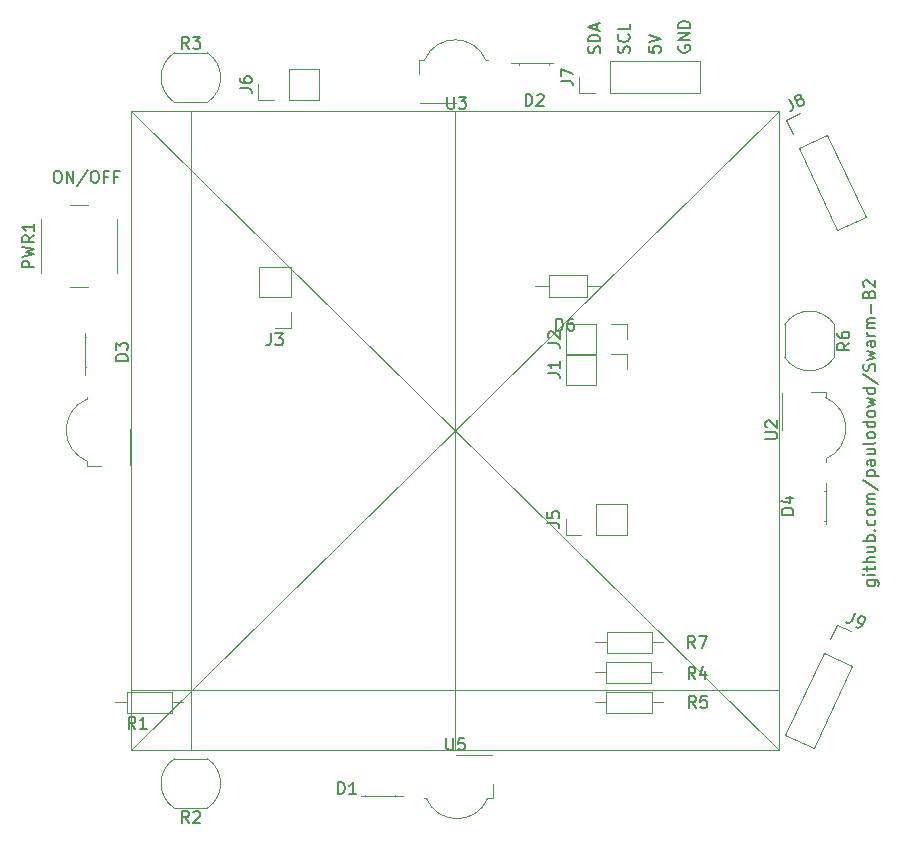
<source format=gto>
G04 #@! TF.GenerationSoftware,KiCad,Pcbnew,7.0.5-7.0.5~ubuntu20.04.1*
G04 #@! TF.CreationDate,2023-09-13T16:29:24+01:00*
G04 #@! TF.ProjectId,Swarm-B_20230626,53776172-6d2d-4425-9f32-303233303632,rev?*
G04 #@! TF.SameCoordinates,Original*
G04 #@! TF.FileFunction,Legend,Top*
G04 #@! TF.FilePolarity,Positive*
%FSLAX46Y46*%
G04 Gerber Fmt 4.6, Leading zero omitted, Abs format (unit mm)*
G04 Created by KiCad (PCBNEW 7.0.5-7.0.5~ubuntu20.04.1) date 2023-09-13 16:29:24*
%MOMM*%
%LPD*%
G01*
G04 APERTURE LIST*
%ADD10C,0.120000*%
%ADD11C,0.150000*%
G04 APERTURE END LIST*
D10*
X91440000Y-67310000D02*
X91440000Y-121412000D01*
X146304000Y-67310000D02*
X146304000Y-121412000D01*
X91440000Y-121412000D02*
X146304000Y-67310000D01*
X96520000Y-67310000D02*
X96520000Y-121412000D01*
X118872000Y-67310000D02*
X118872000Y-121412000D01*
X91440000Y-116332000D02*
X146304000Y-116332000D01*
X91440000Y-67310000D02*
X146304000Y-67310000D01*
X91440000Y-121412000D02*
X146304000Y-121412000D01*
X91440000Y-67310000D02*
X146304000Y-121412000D01*
D11*
X153742152Y-107026190D02*
X154551676Y-107026190D01*
X154551676Y-107026190D02*
X154646914Y-107073809D01*
X154646914Y-107073809D02*
X154694533Y-107121428D01*
X154694533Y-107121428D02*
X154742152Y-107216666D01*
X154742152Y-107216666D02*
X154742152Y-107359523D01*
X154742152Y-107359523D02*
X154694533Y-107454761D01*
X154361200Y-107026190D02*
X154408819Y-107121428D01*
X154408819Y-107121428D02*
X154408819Y-107311904D01*
X154408819Y-107311904D02*
X154361200Y-107407142D01*
X154361200Y-107407142D02*
X154313580Y-107454761D01*
X154313580Y-107454761D02*
X154218342Y-107502380D01*
X154218342Y-107502380D02*
X153932628Y-107502380D01*
X153932628Y-107502380D02*
X153837390Y-107454761D01*
X153837390Y-107454761D02*
X153789771Y-107407142D01*
X153789771Y-107407142D02*
X153742152Y-107311904D01*
X153742152Y-107311904D02*
X153742152Y-107121428D01*
X153742152Y-107121428D02*
X153789771Y-107026190D01*
X154408819Y-106549999D02*
X153742152Y-106549999D01*
X153408819Y-106549999D02*
X153456438Y-106597618D01*
X153456438Y-106597618D02*
X153504057Y-106549999D01*
X153504057Y-106549999D02*
X153456438Y-106502380D01*
X153456438Y-106502380D02*
X153408819Y-106549999D01*
X153408819Y-106549999D02*
X153504057Y-106549999D01*
X153742152Y-106216666D02*
X153742152Y-105835714D01*
X153408819Y-106073809D02*
X154265961Y-106073809D01*
X154265961Y-106073809D02*
X154361200Y-106026190D01*
X154361200Y-106026190D02*
X154408819Y-105930952D01*
X154408819Y-105930952D02*
X154408819Y-105835714D01*
X154408819Y-105502380D02*
X153408819Y-105502380D01*
X154408819Y-105073809D02*
X153885009Y-105073809D01*
X153885009Y-105073809D02*
X153789771Y-105121428D01*
X153789771Y-105121428D02*
X153742152Y-105216666D01*
X153742152Y-105216666D02*
X153742152Y-105359523D01*
X153742152Y-105359523D02*
X153789771Y-105454761D01*
X153789771Y-105454761D02*
X153837390Y-105502380D01*
X153742152Y-104169047D02*
X154408819Y-104169047D01*
X153742152Y-104597618D02*
X154265961Y-104597618D01*
X154265961Y-104597618D02*
X154361200Y-104549999D01*
X154361200Y-104549999D02*
X154408819Y-104454761D01*
X154408819Y-104454761D02*
X154408819Y-104311904D01*
X154408819Y-104311904D02*
X154361200Y-104216666D01*
X154361200Y-104216666D02*
X154313580Y-104169047D01*
X154408819Y-103692856D02*
X153408819Y-103692856D01*
X153789771Y-103692856D02*
X153742152Y-103597618D01*
X153742152Y-103597618D02*
X153742152Y-103407142D01*
X153742152Y-103407142D02*
X153789771Y-103311904D01*
X153789771Y-103311904D02*
X153837390Y-103264285D01*
X153837390Y-103264285D02*
X153932628Y-103216666D01*
X153932628Y-103216666D02*
X154218342Y-103216666D01*
X154218342Y-103216666D02*
X154313580Y-103264285D01*
X154313580Y-103264285D02*
X154361200Y-103311904D01*
X154361200Y-103311904D02*
X154408819Y-103407142D01*
X154408819Y-103407142D02*
X154408819Y-103597618D01*
X154408819Y-103597618D02*
X154361200Y-103692856D01*
X154313580Y-102788094D02*
X154361200Y-102740475D01*
X154361200Y-102740475D02*
X154408819Y-102788094D01*
X154408819Y-102788094D02*
X154361200Y-102835713D01*
X154361200Y-102835713D02*
X154313580Y-102788094D01*
X154313580Y-102788094D02*
X154408819Y-102788094D01*
X154361200Y-101883333D02*
X154408819Y-101978571D01*
X154408819Y-101978571D02*
X154408819Y-102169047D01*
X154408819Y-102169047D02*
X154361200Y-102264285D01*
X154361200Y-102264285D02*
X154313580Y-102311904D01*
X154313580Y-102311904D02*
X154218342Y-102359523D01*
X154218342Y-102359523D02*
X153932628Y-102359523D01*
X153932628Y-102359523D02*
X153837390Y-102311904D01*
X153837390Y-102311904D02*
X153789771Y-102264285D01*
X153789771Y-102264285D02*
X153742152Y-102169047D01*
X153742152Y-102169047D02*
X153742152Y-101978571D01*
X153742152Y-101978571D02*
X153789771Y-101883333D01*
X154408819Y-101311904D02*
X154361200Y-101407142D01*
X154361200Y-101407142D02*
X154313580Y-101454761D01*
X154313580Y-101454761D02*
X154218342Y-101502380D01*
X154218342Y-101502380D02*
X153932628Y-101502380D01*
X153932628Y-101502380D02*
X153837390Y-101454761D01*
X153837390Y-101454761D02*
X153789771Y-101407142D01*
X153789771Y-101407142D02*
X153742152Y-101311904D01*
X153742152Y-101311904D02*
X153742152Y-101169047D01*
X153742152Y-101169047D02*
X153789771Y-101073809D01*
X153789771Y-101073809D02*
X153837390Y-101026190D01*
X153837390Y-101026190D02*
X153932628Y-100978571D01*
X153932628Y-100978571D02*
X154218342Y-100978571D01*
X154218342Y-100978571D02*
X154313580Y-101026190D01*
X154313580Y-101026190D02*
X154361200Y-101073809D01*
X154361200Y-101073809D02*
X154408819Y-101169047D01*
X154408819Y-101169047D02*
X154408819Y-101311904D01*
X154408819Y-100549999D02*
X153742152Y-100549999D01*
X153837390Y-100549999D02*
X153789771Y-100502380D01*
X153789771Y-100502380D02*
X153742152Y-100407142D01*
X153742152Y-100407142D02*
X153742152Y-100264285D01*
X153742152Y-100264285D02*
X153789771Y-100169047D01*
X153789771Y-100169047D02*
X153885009Y-100121428D01*
X153885009Y-100121428D02*
X154408819Y-100121428D01*
X153885009Y-100121428D02*
X153789771Y-100073809D01*
X153789771Y-100073809D02*
X153742152Y-99978571D01*
X153742152Y-99978571D02*
X153742152Y-99835714D01*
X153742152Y-99835714D02*
X153789771Y-99740475D01*
X153789771Y-99740475D02*
X153885009Y-99692856D01*
X153885009Y-99692856D02*
X154408819Y-99692856D01*
X153361200Y-98502381D02*
X154646914Y-99359523D01*
X153742152Y-98169047D02*
X154742152Y-98169047D01*
X153789771Y-98169047D02*
X153742152Y-98073809D01*
X153742152Y-98073809D02*
X153742152Y-97883333D01*
X153742152Y-97883333D02*
X153789771Y-97788095D01*
X153789771Y-97788095D02*
X153837390Y-97740476D01*
X153837390Y-97740476D02*
X153932628Y-97692857D01*
X153932628Y-97692857D02*
X154218342Y-97692857D01*
X154218342Y-97692857D02*
X154313580Y-97740476D01*
X154313580Y-97740476D02*
X154361200Y-97788095D01*
X154361200Y-97788095D02*
X154408819Y-97883333D01*
X154408819Y-97883333D02*
X154408819Y-98073809D01*
X154408819Y-98073809D02*
X154361200Y-98169047D01*
X154408819Y-96835714D02*
X153885009Y-96835714D01*
X153885009Y-96835714D02*
X153789771Y-96883333D01*
X153789771Y-96883333D02*
X153742152Y-96978571D01*
X153742152Y-96978571D02*
X153742152Y-97169047D01*
X153742152Y-97169047D02*
X153789771Y-97264285D01*
X154361200Y-96835714D02*
X154408819Y-96930952D01*
X154408819Y-96930952D02*
X154408819Y-97169047D01*
X154408819Y-97169047D02*
X154361200Y-97264285D01*
X154361200Y-97264285D02*
X154265961Y-97311904D01*
X154265961Y-97311904D02*
X154170723Y-97311904D01*
X154170723Y-97311904D02*
X154075485Y-97264285D01*
X154075485Y-97264285D02*
X154027866Y-97169047D01*
X154027866Y-97169047D02*
X154027866Y-96930952D01*
X154027866Y-96930952D02*
X153980247Y-96835714D01*
X153742152Y-95930952D02*
X154408819Y-95930952D01*
X153742152Y-96359523D02*
X154265961Y-96359523D01*
X154265961Y-96359523D02*
X154361200Y-96311904D01*
X154361200Y-96311904D02*
X154408819Y-96216666D01*
X154408819Y-96216666D02*
X154408819Y-96073809D01*
X154408819Y-96073809D02*
X154361200Y-95978571D01*
X154361200Y-95978571D02*
X154313580Y-95930952D01*
X154408819Y-95311904D02*
X154361200Y-95407142D01*
X154361200Y-95407142D02*
X154265961Y-95454761D01*
X154265961Y-95454761D02*
X153408819Y-95454761D01*
X154408819Y-94788094D02*
X154361200Y-94883332D01*
X154361200Y-94883332D02*
X154313580Y-94930951D01*
X154313580Y-94930951D02*
X154218342Y-94978570D01*
X154218342Y-94978570D02*
X153932628Y-94978570D01*
X153932628Y-94978570D02*
X153837390Y-94930951D01*
X153837390Y-94930951D02*
X153789771Y-94883332D01*
X153789771Y-94883332D02*
X153742152Y-94788094D01*
X153742152Y-94788094D02*
X153742152Y-94645237D01*
X153742152Y-94645237D02*
X153789771Y-94549999D01*
X153789771Y-94549999D02*
X153837390Y-94502380D01*
X153837390Y-94502380D02*
X153932628Y-94454761D01*
X153932628Y-94454761D02*
X154218342Y-94454761D01*
X154218342Y-94454761D02*
X154313580Y-94502380D01*
X154313580Y-94502380D02*
X154361200Y-94549999D01*
X154361200Y-94549999D02*
X154408819Y-94645237D01*
X154408819Y-94645237D02*
X154408819Y-94788094D01*
X154408819Y-93597618D02*
X153408819Y-93597618D01*
X154361200Y-93597618D02*
X154408819Y-93692856D01*
X154408819Y-93692856D02*
X154408819Y-93883332D01*
X154408819Y-93883332D02*
X154361200Y-93978570D01*
X154361200Y-93978570D02*
X154313580Y-94026189D01*
X154313580Y-94026189D02*
X154218342Y-94073808D01*
X154218342Y-94073808D02*
X153932628Y-94073808D01*
X153932628Y-94073808D02*
X153837390Y-94026189D01*
X153837390Y-94026189D02*
X153789771Y-93978570D01*
X153789771Y-93978570D02*
X153742152Y-93883332D01*
X153742152Y-93883332D02*
X153742152Y-93692856D01*
X153742152Y-93692856D02*
X153789771Y-93597618D01*
X154408819Y-92978570D02*
X154361200Y-93073808D01*
X154361200Y-93073808D02*
X154313580Y-93121427D01*
X154313580Y-93121427D02*
X154218342Y-93169046D01*
X154218342Y-93169046D02*
X153932628Y-93169046D01*
X153932628Y-93169046D02*
X153837390Y-93121427D01*
X153837390Y-93121427D02*
X153789771Y-93073808D01*
X153789771Y-93073808D02*
X153742152Y-92978570D01*
X153742152Y-92978570D02*
X153742152Y-92835713D01*
X153742152Y-92835713D02*
X153789771Y-92740475D01*
X153789771Y-92740475D02*
X153837390Y-92692856D01*
X153837390Y-92692856D02*
X153932628Y-92645237D01*
X153932628Y-92645237D02*
X154218342Y-92645237D01*
X154218342Y-92645237D02*
X154313580Y-92692856D01*
X154313580Y-92692856D02*
X154361200Y-92740475D01*
X154361200Y-92740475D02*
X154408819Y-92835713D01*
X154408819Y-92835713D02*
X154408819Y-92978570D01*
X153742152Y-92311903D02*
X154408819Y-92121427D01*
X154408819Y-92121427D02*
X153932628Y-91930951D01*
X153932628Y-91930951D02*
X154408819Y-91740475D01*
X154408819Y-91740475D02*
X153742152Y-91549999D01*
X154408819Y-90740475D02*
X153408819Y-90740475D01*
X154361200Y-90740475D02*
X154408819Y-90835713D01*
X154408819Y-90835713D02*
X154408819Y-91026189D01*
X154408819Y-91026189D02*
X154361200Y-91121427D01*
X154361200Y-91121427D02*
X154313580Y-91169046D01*
X154313580Y-91169046D02*
X154218342Y-91216665D01*
X154218342Y-91216665D02*
X153932628Y-91216665D01*
X153932628Y-91216665D02*
X153837390Y-91169046D01*
X153837390Y-91169046D02*
X153789771Y-91121427D01*
X153789771Y-91121427D02*
X153742152Y-91026189D01*
X153742152Y-91026189D02*
X153742152Y-90835713D01*
X153742152Y-90835713D02*
X153789771Y-90740475D01*
X153361200Y-89549999D02*
X154646914Y-90407141D01*
X154361200Y-89264284D02*
X154408819Y-89121427D01*
X154408819Y-89121427D02*
X154408819Y-88883332D01*
X154408819Y-88883332D02*
X154361200Y-88788094D01*
X154361200Y-88788094D02*
X154313580Y-88740475D01*
X154313580Y-88740475D02*
X154218342Y-88692856D01*
X154218342Y-88692856D02*
X154123104Y-88692856D01*
X154123104Y-88692856D02*
X154027866Y-88740475D01*
X154027866Y-88740475D02*
X153980247Y-88788094D01*
X153980247Y-88788094D02*
X153932628Y-88883332D01*
X153932628Y-88883332D02*
X153885009Y-89073808D01*
X153885009Y-89073808D02*
X153837390Y-89169046D01*
X153837390Y-89169046D02*
X153789771Y-89216665D01*
X153789771Y-89216665D02*
X153694533Y-89264284D01*
X153694533Y-89264284D02*
X153599295Y-89264284D01*
X153599295Y-89264284D02*
X153504057Y-89216665D01*
X153504057Y-89216665D02*
X153456438Y-89169046D01*
X153456438Y-89169046D02*
X153408819Y-89073808D01*
X153408819Y-89073808D02*
X153408819Y-88835713D01*
X153408819Y-88835713D02*
X153456438Y-88692856D01*
X153742152Y-88359522D02*
X154408819Y-88169046D01*
X154408819Y-88169046D02*
X153932628Y-87978570D01*
X153932628Y-87978570D02*
X154408819Y-87788094D01*
X154408819Y-87788094D02*
X153742152Y-87597618D01*
X154408819Y-86788094D02*
X153885009Y-86788094D01*
X153885009Y-86788094D02*
X153789771Y-86835713D01*
X153789771Y-86835713D02*
X153742152Y-86930951D01*
X153742152Y-86930951D02*
X153742152Y-87121427D01*
X153742152Y-87121427D02*
X153789771Y-87216665D01*
X154361200Y-86788094D02*
X154408819Y-86883332D01*
X154408819Y-86883332D02*
X154408819Y-87121427D01*
X154408819Y-87121427D02*
X154361200Y-87216665D01*
X154361200Y-87216665D02*
X154265961Y-87264284D01*
X154265961Y-87264284D02*
X154170723Y-87264284D01*
X154170723Y-87264284D02*
X154075485Y-87216665D01*
X154075485Y-87216665D02*
X154027866Y-87121427D01*
X154027866Y-87121427D02*
X154027866Y-86883332D01*
X154027866Y-86883332D02*
X153980247Y-86788094D01*
X154408819Y-86311903D02*
X153742152Y-86311903D01*
X153932628Y-86311903D02*
X153837390Y-86264284D01*
X153837390Y-86264284D02*
X153789771Y-86216665D01*
X153789771Y-86216665D02*
X153742152Y-86121427D01*
X153742152Y-86121427D02*
X153742152Y-86026189D01*
X154408819Y-85692855D02*
X153742152Y-85692855D01*
X153837390Y-85692855D02*
X153789771Y-85645236D01*
X153789771Y-85645236D02*
X153742152Y-85549998D01*
X153742152Y-85549998D02*
X153742152Y-85407141D01*
X153742152Y-85407141D02*
X153789771Y-85311903D01*
X153789771Y-85311903D02*
X153885009Y-85264284D01*
X153885009Y-85264284D02*
X154408819Y-85264284D01*
X153885009Y-85264284D02*
X153789771Y-85216665D01*
X153789771Y-85216665D02*
X153742152Y-85121427D01*
X153742152Y-85121427D02*
X153742152Y-84978570D01*
X153742152Y-84978570D02*
X153789771Y-84883331D01*
X153789771Y-84883331D02*
X153885009Y-84835712D01*
X153885009Y-84835712D02*
X154408819Y-84835712D01*
X154027866Y-84359522D02*
X154027866Y-83597618D01*
X153885009Y-82788094D02*
X153932628Y-82645237D01*
X153932628Y-82645237D02*
X153980247Y-82597618D01*
X153980247Y-82597618D02*
X154075485Y-82549999D01*
X154075485Y-82549999D02*
X154218342Y-82549999D01*
X154218342Y-82549999D02*
X154313580Y-82597618D01*
X154313580Y-82597618D02*
X154361200Y-82645237D01*
X154361200Y-82645237D02*
X154408819Y-82740475D01*
X154408819Y-82740475D02*
X154408819Y-83121427D01*
X154408819Y-83121427D02*
X153408819Y-83121427D01*
X153408819Y-83121427D02*
X153408819Y-82788094D01*
X153408819Y-82788094D02*
X153456438Y-82692856D01*
X153456438Y-82692856D02*
X153504057Y-82645237D01*
X153504057Y-82645237D02*
X153599295Y-82597618D01*
X153599295Y-82597618D02*
X153694533Y-82597618D01*
X153694533Y-82597618D02*
X153789771Y-82645237D01*
X153789771Y-82645237D02*
X153837390Y-82692856D01*
X153837390Y-82692856D02*
X153885009Y-82788094D01*
X153885009Y-82788094D02*
X153885009Y-83121427D01*
X153504057Y-82169046D02*
X153456438Y-82121427D01*
X153456438Y-82121427D02*
X153408819Y-82026189D01*
X153408819Y-82026189D02*
X153408819Y-81788094D01*
X153408819Y-81788094D02*
X153456438Y-81692856D01*
X153456438Y-81692856D02*
X153504057Y-81645237D01*
X153504057Y-81645237D02*
X153599295Y-81597618D01*
X153599295Y-81597618D02*
X153694533Y-81597618D01*
X153694533Y-81597618D02*
X153837390Y-81645237D01*
X153837390Y-81645237D02*
X154408819Y-82216665D01*
X154408819Y-82216665D02*
X154408819Y-81597618D01*
X131076200Y-62385839D02*
X131123819Y-62242982D01*
X131123819Y-62242982D02*
X131123819Y-62004887D01*
X131123819Y-62004887D02*
X131076200Y-61909649D01*
X131076200Y-61909649D02*
X131028580Y-61862030D01*
X131028580Y-61862030D02*
X130933342Y-61814411D01*
X130933342Y-61814411D02*
X130838104Y-61814411D01*
X130838104Y-61814411D02*
X130742866Y-61862030D01*
X130742866Y-61862030D02*
X130695247Y-61909649D01*
X130695247Y-61909649D02*
X130647628Y-62004887D01*
X130647628Y-62004887D02*
X130600009Y-62195363D01*
X130600009Y-62195363D02*
X130552390Y-62290601D01*
X130552390Y-62290601D02*
X130504771Y-62338220D01*
X130504771Y-62338220D02*
X130409533Y-62385839D01*
X130409533Y-62385839D02*
X130314295Y-62385839D01*
X130314295Y-62385839D02*
X130219057Y-62338220D01*
X130219057Y-62338220D02*
X130171438Y-62290601D01*
X130171438Y-62290601D02*
X130123819Y-62195363D01*
X130123819Y-62195363D02*
X130123819Y-61957268D01*
X130123819Y-61957268D02*
X130171438Y-61814411D01*
X131123819Y-61385839D02*
X130123819Y-61385839D01*
X130123819Y-61385839D02*
X130123819Y-61147744D01*
X130123819Y-61147744D02*
X130171438Y-61004887D01*
X130171438Y-61004887D02*
X130266676Y-60909649D01*
X130266676Y-60909649D02*
X130361914Y-60862030D01*
X130361914Y-60862030D02*
X130552390Y-60814411D01*
X130552390Y-60814411D02*
X130695247Y-60814411D01*
X130695247Y-60814411D02*
X130885723Y-60862030D01*
X130885723Y-60862030D02*
X130980961Y-60909649D01*
X130980961Y-60909649D02*
X131076200Y-61004887D01*
X131076200Y-61004887D02*
X131123819Y-61147744D01*
X131123819Y-61147744D02*
X131123819Y-61385839D01*
X130838104Y-60433458D02*
X130838104Y-59957268D01*
X131123819Y-60528696D02*
X130123819Y-60195363D01*
X130123819Y-60195363D02*
X131123819Y-59862030D01*
X137796438Y-61764411D02*
X137748819Y-61859649D01*
X137748819Y-61859649D02*
X137748819Y-62002506D01*
X137748819Y-62002506D02*
X137796438Y-62145363D01*
X137796438Y-62145363D02*
X137891676Y-62240601D01*
X137891676Y-62240601D02*
X137986914Y-62288220D01*
X137986914Y-62288220D02*
X138177390Y-62335839D01*
X138177390Y-62335839D02*
X138320247Y-62335839D01*
X138320247Y-62335839D02*
X138510723Y-62288220D01*
X138510723Y-62288220D02*
X138605961Y-62240601D01*
X138605961Y-62240601D02*
X138701200Y-62145363D01*
X138701200Y-62145363D02*
X138748819Y-62002506D01*
X138748819Y-62002506D02*
X138748819Y-61907268D01*
X138748819Y-61907268D02*
X138701200Y-61764411D01*
X138701200Y-61764411D02*
X138653580Y-61716792D01*
X138653580Y-61716792D02*
X138320247Y-61716792D01*
X138320247Y-61716792D02*
X138320247Y-61907268D01*
X138748819Y-61288220D02*
X137748819Y-61288220D01*
X137748819Y-61288220D02*
X138748819Y-60716792D01*
X138748819Y-60716792D02*
X137748819Y-60716792D01*
X138748819Y-60240601D02*
X137748819Y-60240601D01*
X137748819Y-60240601D02*
X137748819Y-60002506D01*
X137748819Y-60002506D02*
X137796438Y-59859649D01*
X137796438Y-59859649D02*
X137891676Y-59764411D01*
X137891676Y-59764411D02*
X137986914Y-59716792D01*
X137986914Y-59716792D02*
X138177390Y-59669173D01*
X138177390Y-59669173D02*
X138320247Y-59669173D01*
X138320247Y-59669173D02*
X138510723Y-59716792D01*
X138510723Y-59716792D02*
X138605961Y-59764411D01*
X138605961Y-59764411D02*
X138701200Y-59859649D01*
X138701200Y-59859649D02*
X138748819Y-60002506D01*
X138748819Y-60002506D02*
X138748819Y-60240601D01*
X85106190Y-72352819D02*
X85296666Y-72352819D01*
X85296666Y-72352819D02*
X85391904Y-72400438D01*
X85391904Y-72400438D02*
X85487142Y-72495676D01*
X85487142Y-72495676D02*
X85534761Y-72686152D01*
X85534761Y-72686152D02*
X85534761Y-73019485D01*
X85534761Y-73019485D02*
X85487142Y-73209961D01*
X85487142Y-73209961D02*
X85391904Y-73305200D01*
X85391904Y-73305200D02*
X85296666Y-73352819D01*
X85296666Y-73352819D02*
X85106190Y-73352819D01*
X85106190Y-73352819D02*
X85010952Y-73305200D01*
X85010952Y-73305200D02*
X84915714Y-73209961D01*
X84915714Y-73209961D02*
X84868095Y-73019485D01*
X84868095Y-73019485D02*
X84868095Y-72686152D01*
X84868095Y-72686152D02*
X84915714Y-72495676D01*
X84915714Y-72495676D02*
X85010952Y-72400438D01*
X85010952Y-72400438D02*
X85106190Y-72352819D01*
X85963333Y-73352819D02*
X85963333Y-72352819D01*
X85963333Y-72352819D02*
X86534761Y-73352819D01*
X86534761Y-73352819D02*
X86534761Y-72352819D01*
X87725237Y-72305200D02*
X86868095Y-73590914D01*
X88249047Y-72352819D02*
X88439523Y-72352819D01*
X88439523Y-72352819D02*
X88534761Y-72400438D01*
X88534761Y-72400438D02*
X88629999Y-72495676D01*
X88629999Y-72495676D02*
X88677618Y-72686152D01*
X88677618Y-72686152D02*
X88677618Y-73019485D01*
X88677618Y-73019485D02*
X88629999Y-73209961D01*
X88629999Y-73209961D02*
X88534761Y-73305200D01*
X88534761Y-73305200D02*
X88439523Y-73352819D01*
X88439523Y-73352819D02*
X88249047Y-73352819D01*
X88249047Y-73352819D02*
X88153809Y-73305200D01*
X88153809Y-73305200D02*
X88058571Y-73209961D01*
X88058571Y-73209961D02*
X88010952Y-73019485D01*
X88010952Y-73019485D02*
X88010952Y-72686152D01*
X88010952Y-72686152D02*
X88058571Y-72495676D01*
X88058571Y-72495676D02*
X88153809Y-72400438D01*
X88153809Y-72400438D02*
X88249047Y-72352819D01*
X89439523Y-72829009D02*
X89106190Y-72829009D01*
X89106190Y-73352819D02*
X89106190Y-72352819D01*
X89106190Y-72352819D02*
X89582380Y-72352819D01*
X90296666Y-72829009D02*
X89963333Y-72829009D01*
X89963333Y-73352819D02*
X89963333Y-72352819D01*
X89963333Y-72352819D02*
X90439523Y-72352819D01*
X133576200Y-62360839D02*
X133623819Y-62217982D01*
X133623819Y-62217982D02*
X133623819Y-61979887D01*
X133623819Y-61979887D02*
X133576200Y-61884649D01*
X133576200Y-61884649D02*
X133528580Y-61837030D01*
X133528580Y-61837030D02*
X133433342Y-61789411D01*
X133433342Y-61789411D02*
X133338104Y-61789411D01*
X133338104Y-61789411D02*
X133242866Y-61837030D01*
X133242866Y-61837030D02*
X133195247Y-61884649D01*
X133195247Y-61884649D02*
X133147628Y-61979887D01*
X133147628Y-61979887D02*
X133100009Y-62170363D01*
X133100009Y-62170363D02*
X133052390Y-62265601D01*
X133052390Y-62265601D02*
X133004771Y-62313220D01*
X133004771Y-62313220D02*
X132909533Y-62360839D01*
X132909533Y-62360839D02*
X132814295Y-62360839D01*
X132814295Y-62360839D02*
X132719057Y-62313220D01*
X132719057Y-62313220D02*
X132671438Y-62265601D01*
X132671438Y-62265601D02*
X132623819Y-62170363D01*
X132623819Y-62170363D02*
X132623819Y-61932268D01*
X132623819Y-61932268D02*
X132671438Y-61789411D01*
X133528580Y-60789411D02*
X133576200Y-60837030D01*
X133576200Y-60837030D02*
X133623819Y-60979887D01*
X133623819Y-60979887D02*
X133623819Y-61075125D01*
X133623819Y-61075125D02*
X133576200Y-61217982D01*
X133576200Y-61217982D02*
X133480961Y-61313220D01*
X133480961Y-61313220D02*
X133385723Y-61360839D01*
X133385723Y-61360839D02*
X133195247Y-61408458D01*
X133195247Y-61408458D02*
X133052390Y-61408458D01*
X133052390Y-61408458D02*
X132861914Y-61360839D01*
X132861914Y-61360839D02*
X132766676Y-61313220D01*
X132766676Y-61313220D02*
X132671438Y-61217982D01*
X132671438Y-61217982D02*
X132623819Y-61075125D01*
X132623819Y-61075125D02*
X132623819Y-60979887D01*
X132623819Y-60979887D02*
X132671438Y-60837030D01*
X132671438Y-60837030D02*
X132719057Y-60789411D01*
X133623819Y-59884649D02*
X133623819Y-60360839D01*
X133623819Y-60360839D02*
X132623819Y-60360839D01*
X135248819Y-61812030D02*
X135248819Y-62288220D01*
X135248819Y-62288220D02*
X135725009Y-62335839D01*
X135725009Y-62335839D02*
X135677390Y-62288220D01*
X135677390Y-62288220D02*
X135629771Y-62192982D01*
X135629771Y-62192982D02*
X135629771Y-61954887D01*
X135629771Y-61954887D02*
X135677390Y-61859649D01*
X135677390Y-61859649D02*
X135725009Y-61812030D01*
X135725009Y-61812030D02*
X135820247Y-61764411D01*
X135820247Y-61764411D02*
X136058342Y-61764411D01*
X136058342Y-61764411D02*
X136153580Y-61812030D01*
X136153580Y-61812030D02*
X136201200Y-61859649D01*
X136201200Y-61859649D02*
X136248819Y-61954887D01*
X136248819Y-61954887D02*
X136248819Y-62192982D01*
X136248819Y-62192982D02*
X136201200Y-62288220D01*
X136201200Y-62288220D02*
X136153580Y-62335839D01*
X135248819Y-61478696D02*
X136248819Y-61145363D01*
X136248819Y-61145363D02*
X135248819Y-60812030D01*
X108944102Y-125106641D02*
X108944102Y-124106641D01*
X108944102Y-124106641D02*
X109182197Y-124106641D01*
X109182197Y-124106641D02*
X109325054Y-124154260D01*
X109325054Y-124154260D02*
X109420292Y-124249498D01*
X109420292Y-124249498D02*
X109467911Y-124344736D01*
X109467911Y-124344736D02*
X109515530Y-124535212D01*
X109515530Y-124535212D02*
X109515530Y-124678069D01*
X109515530Y-124678069D02*
X109467911Y-124868545D01*
X109467911Y-124868545D02*
X109420292Y-124963783D01*
X109420292Y-124963783D02*
X109325054Y-125059022D01*
X109325054Y-125059022D02*
X109182197Y-125106641D01*
X109182197Y-125106641D02*
X108944102Y-125106641D01*
X110467911Y-125106641D02*
X109896483Y-125106641D01*
X110182197Y-125106641D02*
X110182197Y-124106641D01*
X110182197Y-124106641D02*
X110086959Y-124249498D01*
X110086959Y-124249498D02*
X109991721Y-124344736D01*
X109991721Y-124344736D02*
X109896483Y-124392355D01*
X124825905Y-66842819D02*
X124825905Y-65842819D01*
X124825905Y-65842819D02*
X125064000Y-65842819D01*
X125064000Y-65842819D02*
X125206857Y-65890438D01*
X125206857Y-65890438D02*
X125302095Y-65985676D01*
X125302095Y-65985676D02*
X125349714Y-66080914D01*
X125349714Y-66080914D02*
X125397333Y-66271390D01*
X125397333Y-66271390D02*
X125397333Y-66414247D01*
X125397333Y-66414247D02*
X125349714Y-66604723D01*
X125349714Y-66604723D02*
X125302095Y-66699961D01*
X125302095Y-66699961D02*
X125206857Y-66795200D01*
X125206857Y-66795200D02*
X125064000Y-66842819D01*
X125064000Y-66842819D02*
X124825905Y-66842819D01*
X125778286Y-65938057D02*
X125825905Y-65890438D01*
X125825905Y-65890438D02*
X125921143Y-65842819D01*
X125921143Y-65842819D02*
X126159238Y-65842819D01*
X126159238Y-65842819D02*
X126254476Y-65890438D01*
X126254476Y-65890438D02*
X126302095Y-65938057D01*
X126302095Y-65938057D02*
X126349714Y-66033295D01*
X126349714Y-66033295D02*
X126349714Y-66128533D01*
X126349714Y-66128533D02*
X126302095Y-66271390D01*
X126302095Y-66271390D02*
X125730667Y-66842819D01*
X125730667Y-66842819D02*
X126349714Y-66842819D01*
X91128819Y-88406094D02*
X90128819Y-88406094D01*
X90128819Y-88406094D02*
X90128819Y-88167999D01*
X90128819Y-88167999D02*
X90176438Y-88025142D01*
X90176438Y-88025142D02*
X90271676Y-87929904D01*
X90271676Y-87929904D02*
X90366914Y-87882285D01*
X90366914Y-87882285D02*
X90557390Y-87834666D01*
X90557390Y-87834666D02*
X90700247Y-87834666D01*
X90700247Y-87834666D02*
X90890723Y-87882285D01*
X90890723Y-87882285D02*
X90985961Y-87929904D01*
X90985961Y-87929904D02*
X91081200Y-88025142D01*
X91081200Y-88025142D02*
X91128819Y-88167999D01*
X91128819Y-88167999D02*
X91128819Y-88406094D01*
X90128819Y-87501332D02*
X90128819Y-86882285D01*
X90128819Y-86882285D02*
X90509771Y-87215618D01*
X90509771Y-87215618D02*
X90509771Y-87072761D01*
X90509771Y-87072761D02*
X90557390Y-86977523D01*
X90557390Y-86977523D02*
X90605009Y-86929904D01*
X90605009Y-86929904D02*
X90700247Y-86882285D01*
X90700247Y-86882285D02*
X90938342Y-86882285D01*
X90938342Y-86882285D02*
X91033580Y-86929904D01*
X91033580Y-86929904D02*
X91081200Y-86977523D01*
X91081200Y-86977523D02*
X91128819Y-87072761D01*
X91128819Y-87072761D02*
X91128819Y-87358475D01*
X91128819Y-87358475D02*
X91081200Y-87453713D01*
X91081200Y-87453713D02*
X91033580Y-87501332D01*
X147498819Y-101456094D02*
X146498819Y-101456094D01*
X146498819Y-101456094D02*
X146498819Y-101217999D01*
X146498819Y-101217999D02*
X146546438Y-101075142D01*
X146546438Y-101075142D02*
X146641676Y-100979904D01*
X146641676Y-100979904D02*
X146736914Y-100932285D01*
X146736914Y-100932285D02*
X146927390Y-100884666D01*
X146927390Y-100884666D02*
X147070247Y-100884666D01*
X147070247Y-100884666D02*
X147260723Y-100932285D01*
X147260723Y-100932285D02*
X147355961Y-100979904D01*
X147355961Y-100979904D02*
X147451200Y-101075142D01*
X147451200Y-101075142D02*
X147498819Y-101217999D01*
X147498819Y-101217999D02*
X147498819Y-101456094D01*
X146832152Y-100027523D02*
X147498819Y-100027523D01*
X146451200Y-100265618D02*
X147165485Y-100503713D01*
X147165485Y-100503713D02*
X147165485Y-99884666D01*
X103260666Y-86112819D02*
X103260666Y-86827104D01*
X103260666Y-86827104D02*
X103213047Y-86969961D01*
X103213047Y-86969961D02*
X103117809Y-87065200D01*
X103117809Y-87065200D02*
X102974952Y-87112819D01*
X102974952Y-87112819D02*
X102879714Y-87112819D01*
X103641619Y-86112819D02*
X104260666Y-86112819D01*
X104260666Y-86112819D02*
X103927333Y-86493771D01*
X103927333Y-86493771D02*
X104070190Y-86493771D01*
X104070190Y-86493771D02*
X104165428Y-86541390D01*
X104165428Y-86541390D02*
X104213047Y-86589009D01*
X104213047Y-86589009D02*
X104260666Y-86684247D01*
X104260666Y-86684247D02*
X104260666Y-86922342D01*
X104260666Y-86922342D02*
X104213047Y-87017580D01*
X104213047Y-87017580D02*
X104165428Y-87065200D01*
X104165428Y-87065200D02*
X104070190Y-87112819D01*
X104070190Y-87112819D02*
X103784476Y-87112819D01*
X103784476Y-87112819D02*
X103689238Y-87065200D01*
X103689238Y-87065200D02*
X103641619Y-87017580D01*
X152218819Y-86914666D02*
X151742628Y-87247999D01*
X152218819Y-87486094D02*
X151218819Y-87486094D01*
X151218819Y-87486094D02*
X151218819Y-87105142D01*
X151218819Y-87105142D02*
X151266438Y-87009904D01*
X151266438Y-87009904D02*
X151314057Y-86962285D01*
X151314057Y-86962285D02*
X151409295Y-86914666D01*
X151409295Y-86914666D02*
X151552152Y-86914666D01*
X151552152Y-86914666D02*
X151647390Y-86962285D01*
X151647390Y-86962285D02*
X151695009Y-87009904D01*
X151695009Y-87009904D02*
X151742628Y-87105142D01*
X151742628Y-87105142D02*
X151742628Y-87486094D01*
X151218819Y-86057523D02*
X151218819Y-86247999D01*
X151218819Y-86247999D02*
X151266438Y-86343237D01*
X151266438Y-86343237D02*
X151314057Y-86390856D01*
X151314057Y-86390856D02*
X151456914Y-86486094D01*
X151456914Y-86486094D02*
X151647390Y-86533713D01*
X151647390Y-86533713D02*
X152028342Y-86533713D01*
X152028342Y-86533713D02*
X152123580Y-86486094D01*
X152123580Y-86486094D02*
X152171200Y-86438475D01*
X152171200Y-86438475D02*
X152218819Y-86343237D01*
X152218819Y-86343237D02*
X152218819Y-86152761D01*
X152218819Y-86152761D02*
X152171200Y-86057523D01*
X152171200Y-86057523D02*
X152123580Y-86009904D01*
X152123580Y-86009904D02*
X152028342Y-85962285D01*
X152028342Y-85962285D02*
X151790247Y-85962285D01*
X151790247Y-85962285D02*
X151695009Y-86009904D01*
X151695009Y-86009904D02*
X151647390Y-86057523D01*
X151647390Y-86057523D02*
X151599771Y-86152761D01*
X151599771Y-86152761D02*
X151599771Y-86343237D01*
X151599771Y-86343237D02*
X151647390Y-86438475D01*
X151647390Y-86438475D02*
X151695009Y-86486094D01*
X151695009Y-86486094D02*
X151790247Y-86533713D01*
X127406905Y-85866819D02*
X127406905Y-84866819D01*
X127406905Y-84866819D02*
X127645000Y-84866819D01*
X127645000Y-84866819D02*
X127787857Y-84914438D01*
X127787857Y-84914438D02*
X127883095Y-85009676D01*
X127883095Y-85009676D02*
X127930714Y-85104914D01*
X127930714Y-85104914D02*
X127978333Y-85295390D01*
X127978333Y-85295390D02*
X127978333Y-85438247D01*
X127978333Y-85438247D02*
X127930714Y-85628723D01*
X127930714Y-85628723D02*
X127883095Y-85723961D01*
X127883095Y-85723961D02*
X127787857Y-85819200D01*
X127787857Y-85819200D02*
X127645000Y-85866819D01*
X127645000Y-85866819D02*
X127406905Y-85866819D01*
X128835476Y-84866819D02*
X128645000Y-84866819D01*
X128645000Y-84866819D02*
X128549762Y-84914438D01*
X128549762Y-84914438D02*
X128502143Y-84962057D01*
X128502143Y-84962057D02*
X128406905Y-85104914D01*
X128406905Y-85104914D02*
X128359286Y-85295390D01*
X128359286Y-85295390D02*
X128359286Y-85676342D01*
X128359286Y-85676342D02*
X128406905Y-85771580D01*
X128406905Y-85771580D02*
X128454524Y-85819200D01*
X128454524Y-85819200D02*
X128549762Y-85866819D01*
X128549762Y-85866819D02*
X128740238Y-85866819D01*
X128740238Y-85866819D02*
X128835476Y-85819200D01*
X128835476Y-85819200D02*
X128883095Y-85771580D01*
X128883095Y-85771580D02*
X128930714Y-85676342D01*
X128930714Y-85676342D02*
X128930714Y-85438247D01*
X128930714Y-85438247D02*
X128883095Y-85343009D01*
X128883095Y-85343009D02*
X128835476Y-85295390D01*
X128835476Y-85295390D02*
X128740238Y-85247771D01*
X128740238Y-85247771D02*
X128549762Y-85247771D01*
X128549762Y-85247771D02*
X128454524Y-85295390D01*
X128454524Y-85295390D02*
X128406905Y-85343009D01*
X128406905Y-85343009D02*
X128359286Y-85438247D01*
X126664819Y-102187333D02*
X127379104Y-102187333D01*
X127379104Y-102187333D02*
X127521961Y-102234952D01*
X127521961Y-102234952D02*
X127617200Y-102330190D01*
X127617200Y-102330190D02*
X127664819Y-102473047D01*
X127664819Y-102473047D02*
X127664819Y-102568285D01*
X126664819Y-101234952D02*
X126664819Y-101711142D01*
X126664819Y-101711142D02*
X127141009Y-101758761D01*
X127141009Y-101758761D02*
X127093390Y-101711142D01*
X127093390Y-101711142D02*
X127045771Y-101615904D01*
X127045771Y-101615904D02*
X127045771Y-101377809D01*
X127045771Y-101377809D02*
X127093390Y-101282571D01*
X127093390Y-101282571D02*
X127141009Y-101234952D01*
X127141009Y-101234952D02*
X127236247Y-101187333D01*
X127236247Y-101187333D02*
X127474342Y-101187333D01*
X127474342Y-101187333D02*
X127569580Y-101234952D01*
X127569580Y-101234952D02*
X127617200Y-101282571D01*
X127617200Y-101282571D02*
X127664819Y-101377809D01*
X127664819Y-101377809D02*
X127664819Y-101615904D01*
X127664819Y-101615904D02*
X127617200Y-101711142D01*
X127617200Y-101711142D02*
X127569580Y-101758761D01*
X126708819Y-86947333D02*
X127423104Y-86947333D01*
X127423104Y-86947333D02*
X127565961Y-86994952D01*
X127565961Y-86994952D02*
X127661200Y-87090190D01*
X127661200Y-87090190D02*
X127708819Y-87233047D01*
X127708819Y-87233047D02*
X127708819Y-87328285D01*
X126804057Y-86518761D02*
X126756438Y-86471142D01*
X126756438Y-86471142D02*
X126708819Y-86375904D01*
X126708819Y-86375904D02*
X126708819Y-86137809D01*
X126708819Y-86137809D02*
X126756438Y-86042571D01*
X126756438Y-86042571D02*
X126804057Y-85994952D01*
X126804057Y-85994952D02*
X126899295Y-85947333D01*
X126899295Y-85947333D02*
X126994533Y-85947333D01*
X126994533Y-85947333D02*
X127137390Y-85994952D01*
X127137390Y-85994952D02*
X127708819Y-86566380D01*
X127708819Y-86566380D02*
X127708819Y-85947333D01*
X126708819Y-89487333D02*
X127423104Y-89487333D01*
X127423104Y-89487333D02*
X127565961Y-89534952D01*
X127565961Y-89534952D02*
X127661200Y-89630190D01*
X127661200Y-89630190D02*
X127708819Y-89773047D01*
X127708819Y-89773047D02*
X127708819Y-89868285D01*
X127708819Y-88487333D02*
X127708819Y-89058761D01*
X127708819Y-88773047D02*
X126708819Y-88773047D01*
X126708819Y-88773047D02*
X126851676Y-88868285D01*
X126851676Y-88868285D02*
X126946914Y-88963523D01*
X126946914Y-88963523D02*
X126994533Y-89058761D01*
X91781333Y-119580819D02*
X91448000Y-119104628D01*
X91209905Y-119580819D02*
X91209905Y-118580819D01*
X91209905Y-118580819D02*
X91590857Y-118580819D01*
X91590857Y-118580819D02*
X91686095Y-118628438D01*
X91686095Y-118628438D02*
X91733714Y-118676057D01*
X91733714Y-118676057D02*
X91781333Y-118771295D01*
X91781333Y-118771295D02*
X91781333Y-118914152D01*
X91781333Y-118914152D02*
X91733714Y-119009390D01*
X91733714Y-119009390D02*
X91686095Y-119057009D01*
X91686095Y-119057009D02*
X91590857Y-119104628D01*
X91590857Y-119104628D02*
X91209905Y-119104628D01*
X92733714Y-119580819D02*
X92162286Y-119580819D01*
X92448000Y-119580819D02*
X92448000Y-118580819D01*
X92448000Y-118580819D02*
X92352762Y-118723676D01*
X92352762Y-118723676D02*
X92257524Y-118818914D01*
X92257524Y-118818914D02*
X92162286Y-118866533D01*
X139237333Y-117802819D02*
X138904000Y-117326628D01*
X138665905Y-117802819D02*
X138665905Y-116802819D01*
X138665905Y-116802819D02*
X139046857Y-116802819D01*
X139046857Y-116802819D02*
X139142095Y-116850438D01*
X139142095Y-116850438D02*
X139189714Y-116898057D01*
X139189714Y-116898057D02*
X139237333Y-116993295D01*
X139237333Y-116993295D02*
X139237333Y-117136152D01*
X139237333Y-117136152D02*
X139189714Y-117231390D01*
X139189714Y-117231390D02*
X139142095Y-117279009D01*
X139142095Y-117279009D02*
X139046857Y-117326628D01*
X139046857Y-117326628D02*
X138665905Y-117326628D01*
X140142095Y-116802819D02*
X139665905Y-116802819D01*
X139665905Y-116802819D02*
X139618286Y-117279009D01*
X139618286Y-117279009D02*
X139665905Y-117231390D01*
X139665905Y-117231390D02*
X139761143Y-117183771D01*
X139761143Y-117183771D02*
X139999238Y-117183771D01*
X139999238Y-117183771D02*
X140094476Y-117231390D01*
X140094476Y-117231390D02*
X140142095Y-117279009D01*
X140142095Y-117279009D02*
X140189714Y-117374247D01*
X140189714Y-117374247D02*
X140189714Y-117612342D01*
X140189714Y-117612342D02*
X140142095Y-117707580D01*
X140142095Y-117707580D02*
X140094476Y-117755200D01*
X140094476Y-117755200D02*
X139999238Y-117802819D01*
X139999238Y-117802819D02*
X139761143Y-117802819D01*
X139761143Y-117802819D02*
X139665905Y-117755200D01*
X139665905Y-117755200D02*
X139618286Y-117707580D01*
X100616819Y-65357333D02*
X101331104Y-65357333D01*
X101331104Y-65357333D02*
X101473961Y-65404952D01*
X101473961Y-65404952D02*
X101569200Y-65500190D01*
X101569200Y-65500190D02*
X101616819Y-65643047D01*
X101616819Y-65643047D02*
X101616819Y-65738285D01*
X100616819Y-64452571D02*
X100616819Y-64643047D01*
X100616819Y-64643047D02*
X100664438Y-64738285D01*
X100664438Y-64738285D02*
X100712057Y-64785904D01*
X100712057Y-64785904D02*
X100854914Y-64881142D01*
X100854914Y-64881142D02*
X101045390Y-64928761D01*
X101045390Y-64928761D02*
X101426342Y-64928761D01*
X101426342Y-64928761D02*
X101521580Y-64881142D01*
X101521580Y-64881142D02*
X101569200Y-64833523D01*
X101569200Y-64833523D02*
X101616819Y-64738285D01*
X101616819Y-64738285D02*
X101616819Y-64547809D01*
X101616819Y-64547809D02*
X101569200Y-64452571D01*
X101569200Y-64452571D02*
X101521580Y-64404952D01*
X101521580Y-64404952D02*
X101426342Y-64357333D01*
X101426342Y-64357333D02*
X101188247Y-64357333D01*
X101188247Y-64357333D02*
X101093009Y-64404952D01*
X101093009Y-64404952D02*
X101045390Y-64452571D01*
X101045390Y-64452571D02*
X100997771Y-64547809D01*
X100997771Y-64547809D02*
X100997771Y-64738285D01*
X100997771Y-64738285D02*
X101045390Y-64833523D01*
X101045390Y-64833523D02*
X101093009Y-64881142D01*
X101093009Y-64881142D02*
X101188247Y-64928761D01*
X83208819Y-80517523D02*
X82208819Y-80517523D01*
X82208819Y-80517523D02*
X82208819Y-80136571D01*
X82208819Y-80136571D02*
X82256438Y-80041333D01*
X82256438Y-80041333D02*
X82304057Y-79993714D01*
X82304057Y-79993714D02*
X82399295Y-79946095D01*
X82399295Y-79946095D02*
X82542152Y-79946095D01*
X82542152Y-79946095D02*
X82637390Y-79993714D01*
X82637390Y-79993714D02*
X82685009Y-80041333D01*
X82685009Y-80041333D02*
X82732628Y-80136571D01*
X82732628Y-80136571D02*
X82732628Y-80517523D01*
X82208819Y-79612761D02*
X83208819Y-79374666D01*
X83208819Y-79374666D02*
X82494533Y-79184190D01*
X82494533Y-79184190D02*
X83208819Y-78993714D01*
X83208819Y-78993714D02*
X82208819Y-78755619D01*
X83208819Y-77803238D02*
X82732628Y-78136571D01*
X83208819Y-78374666D02*
X82208819Y-78374666D01*
X82208819Y-78374666D02*
X82208819Y-77993714D01*
X82208819Y-77993714D02*
X82256438Y-77898476D01*
X82256438Y-77898476D02*
X82304057Y-77850857D01*
X82304057Y-77850857D02*
X82399295Y-77803238D01*
X82399295Y-77803238D02*
X82542152Y-77803238D01*
X82542152Y-77803238D02*
X82637390Y-77850857D01*
X82637390Y-77850857D02*
X82685009Y-77898476D01*
X82685009Y-77898476D02*
X82732628Y-77993714D01*
X82732628Y-77993714D02*
X82732628Y-78374666D01*
X83208819Y-76850857D02*
X83208819Y-77422285D01*
X83208819Y-77136571D02*
X82208819Y-77136571D01*
X82208819Y-77136571D02*
X82351676Y-77231809D01*
X82351676Y-77231809D02*
X82446914Y-77327047D01*
X82446914Y-77327047D02*
X82494533Y-77422285D01*
X96312333Y-62002819D02*
X95979000Y-61526628D01*
X95740905Y-62002819D02*
X95740905Y-61002819D01*
X95740905Y-61002819D02*
X96121857Y-61002819D01*
X96121857Y-61002819D02*
X96217095Y-61050438D01*
X96217095Y-61050438D02*
X96264714Y-61098057D01*
X96264714Y-61098057D02*
X96312333Y-61193295D01*
X96312333Y-61193295D02*
X96312333Y-61336152D01*
X96312333Y-61336152D02*
X96264714Y-61431390D01*
X96264714Y-61431390D02*
X96217095Y-61479009D01*
X96217095Y-61479009D02*
X96121857Y-61526628D01*
X96121857Y-61526628D02*
X95740905Y-61526628D01*
X96645667Y-61002819D02*
X97264714Y-61002819D01*
X97264714Y-61002819D02*
X96931381Y-61383771D01*
X96931381Y-61383771D02*
X97074238Y-61383771D01*
X97074238Y-61383771D02*
X97169476Y-61431390D01*
X97169476Y-61431390D02*
X97217095Y-61479009D01*
X97217095Y-61479009D02*
X97264714Y-61574247D01*
X97264714Y-61574247D02*
X97264714Y-61812342D01*
X97264714Y-61812342D02*
X97217095Y-61907580D01*
X97217095Y-61907580D02*
X97169476Y-61955200D01*
X97169476Y-61955200D02*
X97074238Y-62002819D01*
X97074238Y-62002819D02*
X96788524Y-62002819D01*
X96788524Y-62002819D02*
X96693286Y-61955200D01*
X96693286Y-61955200D02*
X96645667Y-61907580D01*
X127798819Y-64733333D02*
X128513104Y-64733333D01*
X128513104Y-64733333D02*
X128655961Y-64780952D01*
X128655961Y-64780952D02*
X128751200Y-64876190D01*
X128751200Y-64876190D02*
X128798819Y-65019047D01*
X128798819Y-65019047D02*
X128798819Y-65114285D01*
X127798819Y-64352380D02*
X127798819Y-63685714D01*
X127798819Y-63685714D02*
X128798819Y-64114285D01*
X139162333Y-112752819D02*
X138829000Y-112276628D01*
X138590905Y-112752819D02*
X138590905Y-111752819D01*
X138590905Y-111752819D02*
X138971857Y-111752819D01*
X138971857Y-111752819D02*
X139067095Y-111800438D01*
X139067095Y-111800438D02*
X139114714Y-111848057D01*
X139114714Y-111848057D02*
X139162333Y-111943295D01*
X139162333Y-111943295D02*
X139162333Y-112086152D01*
X139162333Y-112086152D02*
X139114714Y-112181390D01*
X139114714Y-112181390D02*
X139067095Y-112229009D01*
X139067095Y-112229009D02*
X138971857Y-112276628D01*
X138971857Y-112276628D02*
X138590905Y-112276628D01*
X139495667Y-111752819D02*
X140162333Y-111752819D01*
X140162333Y-111752819D02*
X139733762Y-112752819D01*
X96307333Y-127562819D02*
X95974000Y-127086628D01*
X95735905Y-127562819D02*
X95735905Y-126562819D01*
X95735905Y-126562819D02*
X96116857Y-126562819D01*
X96116857Y-126562819D02*
X96212095Y-126610438D01*
X96212095Y-126610438D02*
X96259714Y-126658057D01*
X96259714Y-126658057D02*
X96307333Y-126753295D01*
X96307333Y-126753295D02*
X96307333Y-126896152D01*
X96307333Y-126896152D02*
X96259714Y-126991390D01*
X96259714Y-126991390D02*
X96212095Y-127039009D01*
X96212095Y-127039009D02*
X96116857Y-127086628D01*
X96116857Y-127086628D02*
X95735905Y-127086628D01*
X96688286Y-126658057D02*
X96735905Y-126610438D01*
X96735905Y-126610438D02*
X96831143Y-126562819D01*
X96831143Y-126562819D02*
X97069238Y-126562819D01*
X97069238Y-126562819D02*
X97164476Y-126610438D01*
X97164476Y-126610438D02*
X97212095Y-126658057D01*
X97212095Y-126658057D02*
X97259714Y-126753295D01*
X97259714Y-126753295D02*
X97259714Y-126848533D01*
X97259714Y-126848533D02*
X97212095Y-126991390D01*
X97212095Y-126991390D02*
X96640667Y-127562819D01*
X96640667Y-127562819D02*
X97259714Y-127562819D01*
X139187333Y-115352819D02*
X138854000Y-114876628D01*
X138615905Y-115352819D02*
X138615905Y-114352819D01*
X138615905Y-114352819D02*
X138996857Y-114352819D01*
X138996857Y-114352819D02*
X139092095Y-114400438D01*
X139092095Y-114400438D02*
X139139714Y-114448057D01*
X139139714Y-114448057D02*
X139187333Y-114543295D01*
X139187333Y-114543295D02*
X139187333Y-114686152D01*
X139187333Y-114686152D02*
X139139714Y-114781390D01*
X139139714Y-114781390D02*
X139092095Y-114829009D01*
X139092095Y-114829009D02*
X138996857Y-114876628D01*
X138996857Y-114876628D02*
X138615905Y-114876628D01*
X140044476Y-114686152D02*
X140044476Y-115352819D01*
X139806381Y-114305200D02*
X139568286Y-115019485D01*
X139568286Y-115019485D02*
X140187333Y-115019485D01*
X147116441Y-66229009D02*
X147418312Y-66876371D01*
X147418312Y-66876371D02*
X147435528Y-67025968D01*
X147435528Y-67025968D02*
X147389462Y-67152533D01*
X147389462Y-67152533D02*
X147280115Y-67256064D01*
X147280115Y-67256064D02*
X147193800Y-67296314D01*
X147858611Y-66355805D02*
X147752172Y-66352897D01*
X147752172Y-66352897D02*
X147688889Y-66329864D01*
X147688889Y-66329864D02*
X147605483Y-66263674D01*
X147605483Y-66263674D02*
X147585358Y-66220516D01*
X147585358Y-66220516D02*
X147588266Y-66114077D01*
X147588266Y-66114077D02*
X147611299Y-66050795D01*
X147611299Y-66050795D02*
X147677489Y-65967388D01*
X147677489Y-65967388D02*
X147850119Y-65886889D01*
X147850119Y-65886889D02*
X147956559Y-65889797D01*
X147956559Y-65889797D02*
X148019841Y-65912830D01*
X148019841Y-65912830D02*
X148103248Y-65979020D01*
X148103248Y-65979020D02*
X148123373Y-66022178D01*
X148123373Y-66022178D02*
X148120465Y-66128617D01*
X148120465Y-66128617D02*
X148097432Y-66191900D01*
X148097432Y-66191900D02*
X148031241Y-66275307D01*
X148031241Y-66275307D02*
X147858611Y-66355805D01*
X147858611Y-66355805D02*
X147792421Y-66439212D01*
X147792421Y-66439212D02*
X147769388Y-66502494D01*
X147769388Y-66502494D02*
X147766480Y-66608934D01*
X147766480Y-66608934D02*
X147846979Y-66781564D01*
X147846979Y-66781564D02*
X147930386Y-66847754D01*
X147930386Y-66847754D02*
X147993668Y-66870787D01*
X147993668Y-66870787D02*
X148100108Y-66873695D01*
X148100108Y-66873695D02*
X148272738Y-66793197D01*
X148272738Y-66793197D02*
X148338928Y-66709790D01*
X148338928Y-66709790D02*
X148361961Y-66646508D01*
X148361961Y-66646508D02*
X148364869Y-66540068D01*
X148364869Y-66540068D02*
X148284370Y-66367438D01*
X148284370Y-66367438D02*
X148200963Y-66301248D01*
X148200963Y-66301248D02*
X148137681Y-66278215D01*
X148137681Y-66278215D02*
X148031241Y-66275307D01*
X118112095Y-120377819D02*
X118112095Y-121187342D01*
X118112095Y-121187342D02*
X118159714Y-121282580D01*
X118159714Y-121282580D02*
X118207333Y-121330200D01*
X118207333Y-121330200D02*
X118302571Y-121377819D01*
X118302571Y-121377819D02*
X118493047Y-121377819D01*
X118493047Y-121377819D02*
X118588285Y-121330200D01*
X118588285Y-121330200D02*
X118635904Y-121282580D01*
X118635904Y-121282580D02*
X118683523Y-121187342D01*
X118683523Y-121187342D02*
X118683523Y-120377819D01*
X119635904Y-120377819D02*
X119159714Y-120377819D01*
X119159714Y-120377819D02*
X119112095Y-120854009D01*
X119112095Y-120854009D02*
X119159714Y-120806390D01*
X119159714Y-120806390D02*
X119254952Y-120758771D01*
X119254952Y-120758771D02*
X119493047Y-120758771D01*
X119493047Y-120758771D02*
X119588285Y-120806390D01*
X119588285Y-120806390D02*
X119635904Y-120854009D01*
X119635904Y-120854009D02*
X119683523Y-120949247D01*
X119683523Y-120949247D02*
X119683523Y-121187342D01*
X119683523Y-121187342D02*
X119635904Y-121282580D01*
X119635904Y-121282580D02*
X119588285Y-121330200D01*
X119588285Y-121330200D02*
X119493047Y-121377819D01*
X119493047Y-121377819D02*
X119254952Y-121377819D01*
X119254952Y-121377819D02*
X119159714Y-121330200D01*
X119159714Y-121330200D02*
X119112095Y-121282580D01*
X152717001Y-109803328D02*
X152415131Y-110450691D01*
X152415131Y-110450691D02*
X152311599Y-110560039D01*
X152311599Y-110560039D02*
X152185035Y-110606104D01*
X152185035Y-110606104D02*
X152035438Y-110588888D01*
X152035438Y-110588888D02*
X151949123Y-110548638D01*
X152769116Y-110931007D02*
X152941746Y-111011506D01*
X152941746Y-111011506D02*
X153048186Y-111008598D01*
X153048186Y-111008598D02*
X153111468Y-110985565D01*
X153111468Y-110985565D02*
X153258157Y-110896342D01*
X153258157Y-110896342D02*
X153381813Y-110743836D01*
X153381813Y-110743836D02*
X153542810Y-110398576D01*
X153542810Y-110398576D02*
X153539902Y-110292137D01*
X153539902Y-110292137D02*
X153516869Y-110228854D01*
X153516869Y-110228854D02*
X153450679Y-110145448D01*
X153450679Y-110145448D02*
X153278049Y-110064949D01*
X153278049Y-110064949D02*
X153171609Y-110067857D01*
X153171609Y-110067857D02*
X153108327Y-110090890D01*
X153108327Y-110090890D02*
X153024920Y-110157080D01*
X153024920Y-110157080D02*
X152924297Y-110372868D01*
X152924297Y-110372868D02*
X152927205Y-110479307D01*
X152927205Y-110479307D02*
X152950238Y-110542590D01*
X152950238Y-110542590D02*
X153016428Y-110625997D01*
X153016428Y-110625997D02*
X153189058Y-110706495D01*
X153189058Y-110706495D02*
X153295498Y-110703587D01*
X153295498Y-110703587D02*
X153358780Y-110680554D01*
X153358780Y-110680554D02*
X153442187Y-110614364D01*
X118192095Y-66087819D02*
X118192095Y-66897342D01*
X118192095Y-66897342D02*
X118239714Y-66992580D01*
X118239714Y-66992580D02*
X118287333Y-67040200D01*
X118287333Y-67040200D02*
X118382571Y-67087819D01*
X118382571Y-67087819D02*
X118573047Y-67087819D01*
X118573047Y-67087819D02*
X118668285Y-67040200D01*
X118668285Y-67040200D02*
X118715904Y-66992580D01*
X118715904Y-66992580D02*
X118763523Y-66897342D01*
X118763523Y-66897342D02*
X118763523Y-66087819D01*
X119144476Y-66087819D02*
X119763523Y-66087819D01*
X119763523Y-66087819D02*
X119430190Y-66468771D01*
X119430190Y-66468771D02*
X119573047Y-66468771D01*
X119573047Y-66468771D02*
X119668285Y-66516390D01*
X119668285Y-66516390D02*
X119715904Y-66564009D01*
X119715904Y-66564009D02*
X119763523Y-66659247D01*
X119763523Y-66659247D02*
X119763523Y-66897342D01*
X119763523Y-66897342D02*
X119715904Y-66992580D01*
X119715904Y-66992580D02*
X119668285Y-67040200D01*
X119668285Y-67040200D02*
X119573047Y-67087819D01*
X119573047Y-67087819D02*
X119287333Y-67087819D01*
X119287333Y-67087819D02*
X119192095Y-67040200D01*
X119192095Y-67040200D02*
X119144476Y-66992580D01*
X145118819Y-95049904D02*
X145928342Y-95049904D01*
X145928342Y-95049904D02*
X146023580Y-95002285D01*
X146023580Y-95002285D02*
X146071200Y-94954666D01*
X146071200Y-94954666D02*
X146118819Y-94859428D01*
X146118819Y-94859428D02*
X146118819Y-94668952D01*
X146118819Y-94668952D02*
X146071200Y-94573714D01*
X146071200Y-94573714D02*
X146023580Y-94526095D01*
X146023580Y-94526095D02*
X145928342Y-94478476D01*
X145928342Y-94478476D02*
X145118819Y-94478476D01*
X145214057Y-94049904D02*
X145166438Y-94002285D01*
X145166438Y-94002285D02*
X145118819Y-93907047D01*
X145118819Y-93907047D02*
X145118819Y-93668952D01*
X145118819Y-93668952D02*
X145166438Y-93573714D01*
X145166438Y-93573714D02*
X145214057Y-93526095D01*
X145214057Y-93526095D02*
X145309295Y-93478476D01*
X145309295Y-93478476D02*
X145404533Y-93478476D01*
X145404533Y-93478476D02*
X145547390Y-93526095D01*
X145547390Y-93526095D02*
X146118819Y-94097523D01*
X146118819Y-94097523D02*
X146118819Y-93478476D01*
D10*
X110914000Y-125288000D02*
X114034000Y-125288000D01*
X111204000Y-125158000D02*
X111204000Y-125158000D01*
X111204000Y-125158000D02*
X111204000Y-125288000D01*
X111204000Y-125288000D02*
X111204000Y-125158000D01*
X111204000Y-125288000D02*
X111204000Y-125288000D01*
X113744000Y-125158000D02*
X113744000Y-125158000D01*
X113744000Y-125158000D02*
X113744000Y-125288000D01*
X113744000Y-125288000D02*
X113744000Y-125158000D01*
X113744000Y-125288000D02*
X113744000Y-125288000D01*
X114034000Y-125288000D02*
X114434000Y-125288000D01*
X127124000Y-63218000D02*
X124004000Y-63218000D01*
X126834000Y-63348000D02*
X126834000Y-63348000D01*
X126834000Y-63348000D02*
X126834000Y-63218000D01*
X126834000Y-63218000D02*
X126834000Y-63348000D01*
X126834000Y-63218000D02*
X126834000Y-63218000D01*
X124294000Y-63348000D02*
X124294000Y-63348000D01*
X124294000Y-63348000D02*
X124294000Y-63218000D01*
X124294000Y-63218000D02*
X124294000Y-63348000D01*
X124294000Y-63218000D02*
X124294000Y-63218000D01*
X124004000Y-63218000D02*
X123604000Y-63218000D01*
X87504000Y-86108000D02*
X87504000Y-89228000D01*
X87634000Y-86398000D02*
X87634000Y-86398000D01*
X87634000Y-86398000D02*
X87504000Y-86398000D01*
X87504000Y-86398000D02*
X87634000Y-86398000D01*
X87504000Y-86398000D02*
X87504000Y-86398000D01*
X87634000Y-88938000D02*
X87634000Y-88938000D01*
X87634000Y-88938000D02*
X87504000Y-88938000D01*
X87504000Y-88938000D02*
X87634000Y-88938000D01*
X87504000Y-88938000D02*
X87504000Y-88938000D01*
X87504000Y-89228000D02*
X87504000Y-89628000D01*
X150214000Y-102278000D02*
X150214000Y-99158000D01*
X150084000Y-101988000D02*
X150084000Y-101988000D01*
X150084000Y-101988000D02*
X150214000Y-101988000D01*
X150214000Y-101988000D02*
X150084000Y-101988000D01*
X150214000Y-101988000D02*
X150214000Y-101988000D01*
X150084000Y-99448000D02*
X150084000Y-99448000D01*
X150084000Y-99448000D02*
X150214000Y-99448000D01*
X150214000Y-99448000D02*
X150084000Y-99448000D01*
X150214000Y-99448000D02*
X150214000Y-99448000D01*
X150214000Y-99158000D02*
X150214000Y-98758000D01*
X87644000Y-91698000D02*
X87644000Y-91478000D01*
X91304000Y-97278000D02*
X91304000Y-94198000D01*
X87644000Y-97358000D02*
X87644000Y-96898000D01*
X87644000Y-97358000D02*
X88844000Y-97358000D01*
X87644000Y-91698001D02*
G75*
G03*
X87644000Y-96897999I1100000J-2599999D01*
G01*
X104924000Y-85658000D02*
X103594000Y-85658000D01*
X104924000Y-84328000D02*
X104924000Y-85658000D01*
X104924000Y-83058000D02*
X104924000Y-80458000D01*
X104924000Y-83058000D02*
X102264000Y-83058000D01*
X104924000Y-80458000D02*
X102264000Y-80458000D01*
X102264000Y-83058000D02*
X102264000Y-80458000D01*
X150964000Y-85348000D02*
X150964000Y-88148000D01*
X146764000Y-85348000D02*
X146764000Y-88148000D01*
X150973241Y-85361964D02*
G75*
G03*
X146764001Y-85348000I-2109241J-1386036D01*
G01*
X146754759Y-88134036D02*
G75*
G03*
X150963999Y-88148000I2109241J1386036D01*
G01*
X125579000Y-82110000D02*
X126759000Y-82110000D01*
X126759000Y-81190000D02*
X126759000Y-83030000D01*
X126759000Y-83030000D02*
X130039000Y-83030000D01*
X130039000Y-81190000D02*
X126759000Y-81190000D01*
X130039000Y-83030000D02*
X130039000Y-81190000D01*
X131219000Y-82110000D02*
X130039000Y-82110000D01*
X128210000Y-103184000D02*
X128210000Y-101854000D01*
X129540000Y-103184000D02*
X128210000Y-103184000D01*
X130810000Y-103184000D02*
X133410000Y-103184000D01*
X130810000Y-103184000D02*
X130810000Y-100524000D01*
X133410000Y-103184000D02*
X133410000Y-100524000D01*
X130810000Y-100524000D02*
X133410000Y-100524000D01*
X133410000Y-85284000D02*
X133410000Y-86614000D01*
X132080000Y-85284000D02*
X133410000Y-85284000D01*
X130810000Y-85284000D02*
X128210000Y-85284000D01*
X130810000Y-85284000D02*
X130810000Y-87944000D01*
X128210000Y-85284000D02*
X128210000Y-87944000D01*
X130810000Y-87944000D02*
X128210000Y-87944000D01*
X133410000Y-87824000D02*
X133410000Y-89154000D01*
X132080000Y-87824000D02*
X133410000Y-87824000D01*
X130810000Y-87824000D02*
X128210000Y-87824000D01*
X130810000Y-87824000D02*
X130810000Y-90484000D01*
X128210000Y-87824000D02*
X128210000Y-90484000D01*
X130810000Y-90484000D02*
X128210000Y-90484000D01*
X95834000Y-117348000D02*
X94884000Y-117348000D01*
X94884000Y-118268000D02*
X94884000Y-116428000D01*
X94884000Y-116428000D02*
X91044000Y-116428000D01*
X91044000Y-118268000D02*
X94884000Y-118268000D01*
X91044000Y-116428000D02*
X91044000Y-118268000D01*
X90094000Y-117348000D02*
X91044000Y-117348000D01*
X136444000Y-117348000D02*
X135494000Y-117348000D01*
X135494000Y-118268000D02*
X135494000Y-116428000D01*
X135494000Y-116428000D02*
X131654000Y-116428000D01*
X131654000Y-118268000D02*
X135494000Y-118268000D01*
X131654000Y-116428000D02*
X131654000Y-118268000D01*
X130704000Y-117348000D02*
X131654000Y-117348000D01*
X102162000Y-66354000D02*
X102162000Y-65024000D01*
X103492000Y-66354000D02*
X102162000Y-66354000D01*
X104762000Y-66354000D02*
X107362000Y-66354000D01*
X104762000Y-66354000D02*
X104762000Y-63694000D01*
X107362000Y-66354000D02*
X107362000Y-63694000D01*
X104762000Y-63694000D02*
X107362000Y-63694000D01*
X86254000Y-82208000D02*
X87754000Y-82208000D01*
X90254000Y-80958000D02*
X90254000Y-76458000D01*
X83754000Y-76458000D02*
X83754000Y-80958000D01*
X87754000Y-75208000D02*
X86254000Y-75208000D01*
X95079000Y-62348000D02*
X97879000Y-62348000D01*
X95079000Y-66548000D02*
X97879000Y-66548000D01*
X95092964Y-62338759D02*
G75*
G03*
X95079000Y-66547999I1386036J-2109241D01*
G01*
X97865036Y-66557241D02*
G75*
G03*
X97879000Y-62348001I-1386036J2109241D01*
G01*
X129344000Y-65730000D02*
X129344000Y-64400000D01*
X130674000Y-65730000D02*
X129344000Y-65730000D01*
X131944000Y-65730000D02*
X139624000Y-65730000D01*
X131944000Y-65730000D02*
X131944000Y-63070000D01*
X139624000Y-65730000D02*
X139624000Y-63070000D01*
X131944000Y-63070000D02*
X139624000Y-63070000D01*
X136474000Y-112268000D02*
X135524000Y-112268000D01*
X135524000Y-113188000D02*
X135524000Y-111348000D01*
X135524000Y-111348000D02*
X131684000Y-111348000D01*
X131684000Y-113188000D02*
X135524000Y-113188000D01*
X131684000Y-111348000D02*
X131684000Y-113188000D01*
X130734000Y-112268000D02*
X131684000Y-112268000D01*
X97874000Y-126308000D02*
X95074000Y-126308000D01*
X97874000Y-122108000D02*
X95074000Y-122108000D01*
X97860036Y-126317241D02*
G75*
G03*
X97874000Y-122108001I-1386036J2109241D01*
G01*
X95087964Y-122098759D02*
G75*
G03*
X95074000Y-126307999I1386036J-2109241D01*
G01*
X136404000Y-114808000D02*
X135454000Y-114808000D01*
X135454000Y-115728000D02*
X135454000Y-113888000D01*
X135454000Y-113888000D02*
X131614000Y-113888000D01*
X131614000Y-115728000D02*
X135454000Y-115728000D01*
X131614000Y-113888000D02*
X131614000Y-115728000D01*
X130664000Y-114808000D02*
X131614000Y-114808000D01*
X146866177Y-68050628D02*
X148071567Y-67488546D01*
X147428260Y-69256017D02*
X146866177Y-68050628D01*
X147964985Y-70407028D02*
X151210693Y-77367472D01*
X147964985Y-70407028D02*
X150375764Y-69282864D01*
X151210693Y-77367472D02*
X153621472Y-76243307D01*
X150375764Y-69282864D02*
X153621472Y-76243307D01*
X116414000Y-125473000D02*
X116194000Y-125473000D01*
X121994000Y-121813000D02*
X118914000Y-121813000D01*
X122074000Y-125473000D02*
X121614000Y-125473000D01*
X122074000Y-125473000D02*
X122074000Y-124273000D01*
X116414001Y-125473000D02*
G75*
G03*
X121613999Y-125473000I2599999J1100000D01*
G01*
X151160693Y-110782528D02*
X152366082Y-111344611D01*
X150598611Y-111987918D02*
X151160693Y-110782528D01*
X150061885Y-113138929D02*
X146816177Y-120099372D01*
X150061885Y-113138929D02*
X152472664Y-114263093D01*
X146816177Y-120099372D02*
X149226956Y-121223537D01*
X152472664Y-114263093D02*
X149226956Y-121223537D01*
X121454000Y-62973000D02*
X121674000Y-62973000D01*
X115874000Y-66633000D02*
X118954000Y-66633000D01*
X115794000Y-62973000D02*
X116254000Y-62973000D01*
X115794000Y-62973000D02*
X115794000Y-64173000D01*
X121453999Y-62973000D02*
G75*
G03*
X116254001Y-62973000I-2599999J-1100000D01*
G01*
X150214000Y-96748000D02*
X150214000Y-96968000D01*
X146554000Y-91168000D02*
X146554000Y-94248000D01*
X150214000Y-91088000D02*
X150214000Y-91548000D01*
X150214000Y-91088000D02*
X149014000Y-91088000D01*
X150214000Y-96747999D02*
G75*
G03*
X150214000Y-91548001I-1100000J2599999D01*
G01*
M02*

</source>
